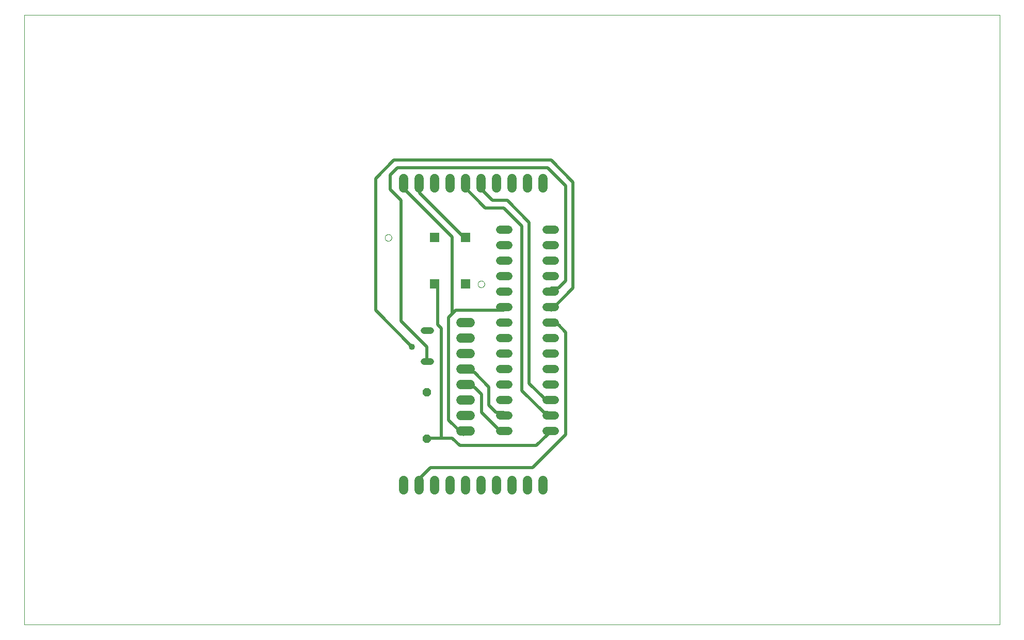
<source format=gtl>
G75*
%MOIN*%
%OFA0B0*%
%FSLAX25Y25*%
%IPPOS*%
%LPD*%
%AMOC8*
5,1,8,0,0,1.08239X$1,22.5*
%
%ADD10C,0.00000*%
%ADD11C,0.05200*%
%ADD12C,0.06000*%
%ADD13C,0.04400*%
%ADD14OC8,0.05200*%
%ADD15R,0.05906X0.05906*%
%ADD16C,0.01969*%
%ADD17C,0.04000*%
D10*
X0001000Y0001000D02*
X0001000Y0394701D01*
X0630921Y0394701D01*
X0630921Y0001000D01*
X0001000Y0001000D01*
X0293835Y0221000D02*
X0293837Y0221093D01*
X0293843Y0221185D01*
X0293853Y0221277D01*
X0293867Y0221368D01*
X0293884Y0221459D01*
X0293906Y0221549D01*
X0293931Y0221638D01*
X0293960Y0221726D01*
X0293993Y0221812D01*
X0294030Y0221897D01*
X0294070Y0221981D01*
X0294114Y0222062D01*
X0294161Y0222142D01*
X0294211Y0222220D01*
X0294265Y0222295D01*
X0294322Y0222368D01*
X0294382Y0222438D01*
X0294445Y0222506D01*
X0294511Y0222571D01*
X0294579Y0222633D01*
X0294650Y0222693D01*
X0294724Y0222749D01*
X0294800Y0222802D01*
X0294878Y0222851D01*
X0294958Y0222898D01*
X0295040Y0222940D01*
X0295124Y0222980D01*
X0295209Y0223015D01*
X0295296Y0223047D01*
X0295384Y0223076D01*
X0295473Y0223100D01*
X0295563Y0223121D01*
X0295654Y0223137D01*
X0295746Y0223150D01*
X0295838Y0223159D01*
X0295931Y0223164D01*
X0296023Y0223165D01*
X0296116Y0223162D01*
X0296208Y0223155D01*
X0296300Y0223144D01*
X0296391Y0223129D01*
X0296482Y0223111D01*
X0296572Y0223088D01*
X0296660Y0223062D01*
X0296748Y0223032D01*
X0296834Y0222998D01*
X0296918Y0222961D01*
X0297001Y0222919D01*
X0297082Y0222875D01*
X0297162Y0222827D01*
X0297239Y0222776D01*
X0297313Y0222721D01*
X0297386Y0222663D01*
X0297456Y0222603D01*
X0297523Y0222539D01*
X0297587Y0222473D01*
X0297649Y0222403D01*
X0297707Y0222332D01*
X0297762Y0222258D01*
X0297814Y0222181D01*
X0297863Y0222102D01*
X0297909Y0222022D01*
X0297951Y0221939D01*
X0297989Y0221855D01*
X0298024Y0221769D01*
X0298055Y0221682D01*
X0298082Y0221594D01*
X0298105Y0221504D01*
X0298125Y0221414D01*
X0298141Y0221323D01*
X0298153Y0221231D01*
X0298161Y0221139D01*
X0298165Y0221046D01*
X0298165Y0220954D01*
X0298161Y0220861D01*
X0298153Y0220769D01*
X0298141Y0220677D01*
X0298125Y0220586D01*
X0298105Y0220496D01*
X0298082Y0220406D01*
X0298055Y0220318D01*
X0298024Y0220231D01*
X0297989Y0220145D01*
X0297951Y0220061D01*
X0297909Y0219978D01*
X0297863Y0219898D01*
X0297814Y0219819D01*
X0297762Y0219742D01*
X0297707Y0219668D01*
X0297649Y0219597D01*
X0297587Y0219527D01*
X0297523Y0219461D01*
X0297456Y0219397D01*
X0297386Y0219337D01*
X0297313Y0219279D01*
X0297239Y0219224D01*
X0297162Y0219173D01*
X0297083Y0219125D01*
X0297001Y0219081D01*
X0296918Y0219039D01*
X0296834Y0219002D01*
X0296748Y0218968D01*
X0296660Y0218938D01*
X0296572Y0218912D01*
X0296482Y0218889D01*
X0296391Y0218871D01*
X0296300Y0218856D01*
X0296208Y0218845D01*
X0296116Y0218838D01*
X0296023Y0218835D01*
X0295931Y0218836D01*
X0295838Y0218841D01*
X0295746Y0218850D01*
X0295654Y0218863D01*
X0295563Y0218879D01*
X0295473Y0218900D01*
X0295384Y0218924D01*
X0295296Y0218953D01*
X0295209Y0218985D01*
X0295124Y0219020D01*
X0295040Y0219060D01*
X0294958Y0219102D01*
X0294878Y0219149D01*
X0294800Y0219198D01*
X0294724Y0219251D01*
X0294650Y0219307D01*
X0294579Y0219367D01*
X0294511Y0219429D01*
X0294445Y0219494D01*
X0294382Y0219562D01*
X0294322Y0219632D01*
X0294265Y0219705D01*
X0294211Y0219780D01*
X0294161Y0219858D01*
X0294114Y0219938D01*
X0294070Y0220019D01*
X0294030Y0220103D01*
X0293993Y0220188D01*
X0293960Y0220274D01*
X0293931Y0220362D01*
X0293906Y0220451D01*
X0293884Y0220541D01*
X0293867Y0220632D01*
X0293853Y0220723D01*
X0293843Y0220815D01*
X0293837Y0220907D01*
X0293835Y0221000D01*
X0233835Y0251000D02*
X0233837Y0251093D01*
X0233843Y0251185D01*
X0233853Y0251277D01*
X0233867Y0251368D01*
X0233884Y0251459D01*
X0233906Y0251549D01*
X0233931Y0251638D01*
X0233960Y0251726D01*
X0233993Y0251812D01*
X0234030Y0251897D01*
X0234070Y0251981D01*
X0234114Y0252062D01*
X0234161Y0252142D01*
X0234211Y0252220D01*
X0234265Y0252295D01*
X0234322Y0252368D01*
X0234382Y0252438D01*
X0234445Y0252506D01*
X0234511Y0252571D01*
X0234579Y0252633D01*
X0234650Y0252693D01*
X0234724Y0252749D01*
X0234800Y0252802D01*
X0234878Y0252851D01*
X0234958Y0252898D01*
X0235040Y0252940D01*
X0235124Y0252980D01*
X0235209Y0253015D01*
X0235296Y0253047D01*
X0235384Y0253076D01*
X0235473Y0253100D01*
X0235563Y0253121D01*
X0235654Y0253137D01*
X0235746Y0253150D01*
X0235838Y0253159D01*
X0235931Y0253164D01*
X0236023Y0253165D01*
X0236116Y0253162D01*
X0236208Y0253155D01*
X0236300Y0253144D01*
X0236391Y0253129D01*
X0236482Y0253111D01*
X0236572Y0253088D01*
X0236660Y0253062D01*
X0236748Y0253032D01*
X0236834Y0252998D01*
X0236918Y0252961D01*
X0237001Y0252919D01*
X0237082Y0252875D01*
X0237162Y0252827D01*
X0237239Y0252776D01*
X0237313Y0252721D01*
X0237386Y0252663D01*
X0237456Y0252603D01*
X0237523Y0252539D01*
X0237587Y0252473D01*
X0237649Y0252403D01*
X0237707Y0252332D01*
X0237762Y0252258D01*
X0237814Y0252181D01*
X0237863Y0252102D01*
X0237909Y0252022D01*
X0237951Y0251939D01*
X0237989Y0251855D01*
X0238024Y0251769D01*
X0238055Y0251682D01*
X0238082Y0251594D01*
X0238105Y0251504D01*
X0238125Y0251414D01*
X0238141Y0251323D01*
X0238153Y0251231D01*
X0238161Y0251139D01*
X0238165Y0251046D01*
X0238165Y0250954D01*
X0238161Y0250861D01*
X0238153Y0250769D01*
X0238141Y0250677D01*
X0238125Y0250586D01*
X0238105Y0250496D01*
X0238082Y0250406D01*
X0238055Y0250318D01*
X0238024Y0250231D01*
X0237989Y0250145D01*
X0237951Y0250061D01*
X0237909Y0249978D01*
X0237863Y0249898D01*
X0237814Y0249819D01*
X0237762Y0249742D01*
X0237707Y0249668D01*
X0237649Y0249597D01*
X0237587Y0249527D01*
X0237523Y0249461D01*
X0237456Y0249397D01*
X0237386Y0249337D01*
X0237313Y0249279D01*
X0237239Y0249224D01*
X0237162Y0249173D01*
X0237083Y0249125D01*
X0237001Y0249081D01*
X0236918Y0249039D01*
X0236834Y0249002D01*
X0236748Y0248968D01*
X0236660Y0248938D01*
X0236572Y0248912D01*
X0236482Y0248889D01*
X0236391Y0248871D01*
X0236300Y0248856D01*
X0236208Y0248845D01*
X0236116Y0248838D01*
X0236023Y0248835D01*
X0235931Y0248836D01*
X0235838Y0248841D01*
X0235746Y0248850D01*
X0235654Y0248863D01*
X0235563Y0248879D01*
X0235473Y0248900D01*
X0235384Y0248924D01*
X0235296Y0248953D01*
X0235209Y0248985D01*
X0235124Y0249020D01*
X0235040Y0249060D01*
X0234958Y0249102D01*
X0234878Y0249149D01*
X0234800Y0249198D01*
X0234724Y0249251D01*
X0234650Y0249307D01*
X0234579Y0249367D01*
X0234511Y0249429D01*
X0234445Y0249494D01*
X0234382Y0249562D01*
X0234322Y0249632D01*
X0234265Y0249705D01*
X0234211Y0249780D01*
X0234161Y0249858D01*
X0234114Y0249938D01*
X0234070Y0250019D01*
X0234030Y0250103D01*
X0233993Y0250188D01*
X0233960Y0250274D01*
X0233931Y0250362D01*
X0233906Y0250451D01*
X0233884Y0250541D01*
X0233867Y0250632D01*
X0233853Y0250723D01*
X0233843Y0250815D01*
X0233837Y0250907D01*
X0233835Y0251000D01*
D11*
X0308400Y0246000D02*
X0313600Y0246000D01*
X0313600Y0256000D02*
X0308400Y0256000D01*
X0308400Y0236000D02*
X0313600Y0236000D01*
X0313600Y0226000D02*
X0308400Y0226000D01*
X0308400Y0216000D02*
X0313600Y0216000D01*
X0313600Y0206000D02*
X0308400Y0206000D01*
X0308400Y0196000D02*
X0313600Y0196000D01*
X0313600Y0186000D02*
X0308400Y0186000D01*
X0308400Y0176000D02*
X0313600Y0176000D01*
X0313600Y0166000D02*
X0308400Y0166000D01*
X0308400Y0156000D02*
X0313600Y0156000D01*
X0313600Y0146000D02*
X0308400Y0146000D01*
X0308400Y0136000D02*
X0313600Y0136000D01*
X0313600Y0126000D02*
X0308400Y0126000D01*
X0338400Y0126000D02*
X0343600Y0126000D01*
X0343600Y0136000D02*
X0338400Y0136000D01*
X0338400Y0146000D02*
X0343600Y0146000D01*
X0343600Y0156000D02*
X0338400Y0156000D01*
X0338400Y0166000D02*
X0343600Y0166000D01*
X0343600Y0176000D02*
X0338400Y0176000D01*
X0338400Y0186000D02*
X0343600Y0186000D01*
X0343600Y0196000D02*
X0338400Y0196000D01*
X0338400Y0206000D02*
X0343600Y0206000D01*
X0343600Y0216000D02*
X0338400Y0216000D01*
X0338400Y0226000D02*
X0343600Y0226000D01*
X0343600Y0236000D02*
X0338400Y0236000D01*
X0338400Y0246000D02*
X0343600Y0246000D01*
X0343600Y0256000D02*
X0338400Y0256000D01*
D12*
X0336000Y0283000D02*
X0336000Y0289000D01*
X0326000Y0289000D02*
X0326000Y0283000D01*
X0316000Y0283000D02*
X0316000Y0289000D01*
X0306000Y0289000D02*
X0306000Y0283000D01*
X0296000Y0283000D02*
X0296000Y0289000D01*
X0286000Y0289000D02*
X0286000Y0283000D01*
X0276000Y0283000D02*
X0276000Y0289000D01*
X0266000Y0289000D02*
X0266000Y0283000D01*
X0256000Y0283000D02*
X0256000Y0289000D01*
X0246000Y0289000D02*
X0246000Y0283000D01*
X0283000Y0196000D02*
X0289000Y0196000D01*
X0289000Y0186000D02*
X0283000Y0186000D01*
X0283000Y0176000D02*
X0289000Y0176000D01*
X0289000Y0166000D02*
X0283000Y0166000D01*
X0283000Y0156000D02*
X0289000Y0156000D01*
X0289000Y0146000D02*
X0283000Y0146000D01*
X0283000Y0136000D02*
X0289000Y0136000D01*
X0289000Y0126000D02*
X0283000Y0126000D01*
X0286000Y0094000D02*
X0286000Y0088000D01*
X0296000Y0088000D02*
X0296000Y0094000D01*
X0306000Y0094000D02*
X0306000Y0088000D01*
X0316000Y0088000D02*
X0316000Y0094000D01*
X0326000Y0094000D02*
X0326000Y0088000D01*
X0336000Y0088000D02*
X0336000Y0094000D01*
X0276000Y0094000D02*
X0276000Y0088000D01*
X0266000Y0088000D02*
X0266000Y0094000D01*
X0256000Y0094000D02*
X0256000Y0088000D01*
X0246000Y0088000D02*
X0246000Y0094000D01*
D13*
X0258800Y0171000D02*
X0263200Y0171000D01*
X0263200Y0191000D02*
X0258800Y0191000D01*
D14*
X0261000Y0151000D03*
X0261000Y0121000D03*
D15*
X0266000Y0221000D03*
X0286000Y0221000D03*
X0286000Y0251000D03*
X0266000Y0251000D03*
D16*
X0277378Y0251394D02*
X0277378Y0201787D01*
X0279740Y0204150D01*
X0310449Y0204150D01*
X0311000Y0206000D01*
X0341000Y0206000D02*
X0341157Y0204150D01*
X0355331Y0218323D01*
X0355331Y0286827D01*
X0341157Y0301000D01*
X0239583Y0301000D01*
X0227772Y0289189D01*
X0227772Y0204150D01*
X0251394Y0180528D01*
X0260843Y0180528D02*
X0260843Y0171079D01*
X0261000Y0171000D01*
X0260843Y0180528D02*
X0244307Y0197063D01*
X0244307Y0275016D01*
X0237220Y0282102D01*
X0237220Y0291551D01*
X0241945Y0296276D01*
X0338795Y0296276D01*
X0350606Y0284465D01*
X0350606Y0223047D01*
X0345882Y0218323D01*
X0341157Y0218323D01*
X0341000Y0216000D01*
X0341000Y0196000D02*
X0341157Y0194701D01*
X0345882Y0194701D01*
X0350606Y0189976D01*
X0350606Y0123835D01*
X0329346Y0102575D01*
X0263205Y0102575D01*
X0253756Y0093126D01*
X0256000Y0091000D01*
X0282102Y0116748D02*
X0331709Y0116748D01*
X0338795Y0123835D01*
X0341000Y0126000D01*
X0341000Y0136000D02*
X0338795Y0138008D01*
X0336433Y0138008D01*
X0322260Y0152181D01*
X0322260Y0258480D01*
X0310449Y0270291D01*
X0298638Y0270291D01*
X0284465Y0284465D01*
X0286000Y0286000D01*
X0293913Y0284465D02*
X0296000Y0286000D01*
X0293913Y0284465D02*
X0303362Y0275016D01*
X0312811Y0275016D01*
X0326984Y0260843D01*
X0326984Y0156906D01*
X0336433Y0147457D01*
X0338795Y0147457D01*
X0341000Y0146000D01*
X0310449Y0138008D02*
X0311000Y0136000D01*
X0310449Y0138008D02*
X0305724Y0138008D01*
X0301000Y0142732D01*
X0301000Y0154543D01*
X0291551Y0163992D01*
X0286827Y0163992D01*
X0286000Y0166000D01*
X0286000Y0156000D02*
X0286827Y0154543D01*
X0291551Y0154543D01*
X0296276Y0149819D01*
X0296276Y0138008D01*
X0308087Y0126197D01*
X0310449Y0126197D01*
X0311000Y0126000D01*
X0286000Y0126000D02*
X0284465Y0123835D01*
X0275016Y0133283D01*
X0275016Y0199425D01*
X0277378Y0201787D01*
X0270291Y0192339D02*
X0267929Y0194701D01*
X0267929Y0220685D01*
X0266000Y0221000D01*
X0270291Y0192339D02*
X0270291Y0121472D01*
X0263205Y0121472D01*
X0261000Y0121000D01*
X0270291Y0121472D02*
X0277378Y0121472D01*
X0282102Y0116748D01*
X0286000Y0251000D02*
X0284465Y0251394D01*
X0256118Y0279740D01*
X0256118Y0284465D01*
X0256000Y0286000D01*
X0246669Y0284465D02*
X0246000Y0286000D01*
X0246669Y0284465D02*
X0246669Y0282102D01*
X0277378Y0251394D01*
D17*
X0251394Y0180528D03*
M02*

</source>
